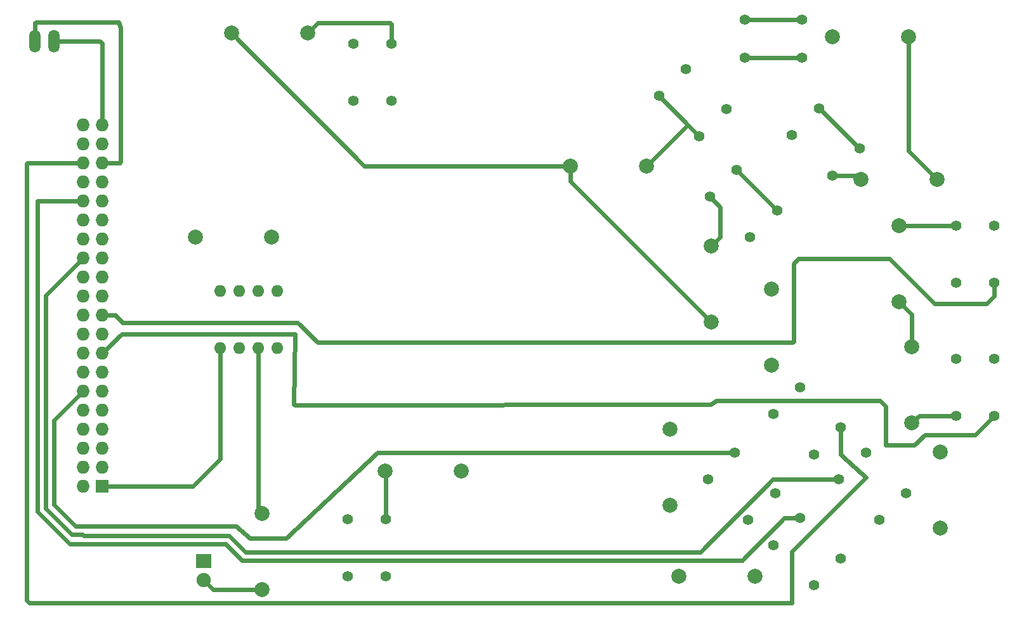
<source format=gtl>
%TF.GenerationSoftware,KiCad,Pcbnew,(2015-12-28 BZR 6407, Git 3dff6c0)-product*%
%TF.CreationDate,2016-02-12T11:54:30-05:00*%
%TF.ProjectId,Pixel-Interface-Board,506978656C2D496E746572666163652D,rev?*%
%TF.FileFunction,Copper,L1,Top,Signal*%
%FSLAX46Y46*%
G04 Gerber Fmt 4.6, Leading zero omitted, Abs format (unit mm)*
G04 Created by KiCad (PCBNEW (2015-12-28 BZR 6407, Git 3dff6c0)-product) date Fri 12 Feb 2016 11:54:30 AM EST*
%MOMM*%
G01*
G04 APERTURE LIST*
%ADD10C,0.100000*%
%ADD11R,2.000000X1.900000*%
%ADD12C,1.900000*%
%ADD13O,1.600000X1.600000*%
%ADD14R,1.727200X1.727200*%
%ADD15O,1.727200X1.727200*%
%ADD16C,1.998980*%
%ADD17C,1.397000*%
%ADD18O,1.506220X3.014980*%
%ADD19C,0.600000*%
G04 APERTURE END LIST*
D10*
D11*
X38750000Y-88000000D03*
D12*
X38750000Y-90540000D03*
D13*
X48530000Y-59540000D03*
X45990000Y-59540000D03*
X43450000Y-59540000D03*
X40910000Y-59540000D03*
X40910000Y-51920000D03*
X43450000Y-51920000D03*
X45990000Y-51920000D03*
X48530000Y-51920000D03*
D14*
X25210000Y-78010000D03*
D15*
X22670000Y-78010000D03*
X25210000Y-75470000D03*
X22670000Y-75470000D03*
X25210000Y-72930000D03*
X22670000Y-72930000D03*
X25210000Y-70390000D03*
X22670000Y-70390000D03*
X25210000Y-67850000D03*
X22670000Y-67850000D03*
X25210000Y-65310000D03*
X22670000Y-65310000D03*
X25210000Y-62770000D03*
X22670000Y-62770000D03*
X25210000Y-60230000D03*
X22670000Y-60230000D03*
X25210000Y-57690000D03*
X22670000Y-57690000D03*
X25210000Y-55150000D03*
X22670000Y-55150000D03*
X25210000Y-52610000D03*
X22670000Y-52610000D03*
X25210000Y-50070000D03*
X22670000Y-50070000D03*
X25210000Y-47530000D03*
X22670000Y-47530000D03*
X25210000Y-44990000D03*
X22670000Y-44990000D03*
X25210000Y-42450000D03*
X22670000Y-42450000D03*
X25210000Y-39910000D03*
X22670000Y-39910000D03*
X25210000Y-37370000D03*
X22670000Y-37370000D03*
X25210000Y-34830000D03*
X22670000Y-34830000D03*
X25210000Y-32290000D03*
X22670000Y-32290000D03*
X25210000Y-29750000D03*
X22670000Y-29750000D03*
D16*
X132830000Y-18000000D03*
X122670000Y-18000000D03*
X133250000Y-59420000D03*
X133250000Y-69580000D03*
X101000000Y-80580000D03*
X101000000Y-70420000D03*
X126420000Y-37000000D03*
X136580000Y-37000000D03*
X131500000Y-43170000D03*
X131500000Y-53330000D03*
X137000000Y-83580000D03*
X137000000Y-73420000D03*
X106500000Y-45920000D03*
X106500000Y-56080000D03*
X62920000Y-76000000D03*
X73080000Y-76000000D03*
X112330000Y-90000000D03*
X102170000Y-90000000D03*
X97830000Y-35250000D03*
X87670000Y-35250000D03*
X52580000Y-17500000D03*
X42420000Y-17500000D03*
X114500000Y-61830000D03*
X114500000Y-51670000D03*
X46500000Y-81670000D03*
X46500000Y-91830000D03*
X47830000Y-44750000D03*
X37670000Y-44750000D03*
D17*
X106009872Y-77101974D03*
X109601974Y-73509872D03*
X111398026Y-82490128D03*
X114990128Y-78898026D03*
X132490128Y-78898026D03*
X128898026Y-82490128D03*
X127101974Y-73509872D03*
X123509872Y-77101974D03*
X114759872Y-85851974D03*
X118351974Y-82259872D03*
X120148026Y-91240128D03*
X123740128Y-87648026D03*
X114759872Y-68351974D03*
X118351974Y-64759872D03*
X120148026Y-73740128D03*
X123740128Y-70148026D03*
X118560000Y-15710000D03*
X118560000Y-20790000D03*
X110940000Y-15710000D03*
X110940000Y-20790000D03*
X139190000Y-60980000D03*
X144270000Y-60980000D03*
X139190000Y-68600000D03*
X144270000Y-68600000D03*
X117259872Y-31101974D03*
X120851974Y-27509872D03*
X122648026Y-36490128D03*
X126240128Y-32898026D03*
X139190000Y-43200000D03*
X144270000Y-43200000D03*
X139190000Y-50820000D03*
X144270000Y-50820000D03*
X106259872Y-39351974D03*
X109851974Y-35759872D03*
X111648026Y-44740128D03*
X115240128Y-41148026D03*
X63040000Y-82440000D03*
X57960000Y-82440000D03*
X63040000Y-90060000D03*
X57960000Y-90060000D03*
X99509872Y-25851974D03*
X103101974Y-22259872D03*
X104898026Y-31240128D03*
X108490128Y-27648026D03*
X63790000Y-18940000D03*
X58710000Y-18940000D03*
X63790000Y-26560000D03*
X58710000Y-26560000D03*
D18*
X16256000Y-18542000D03*
X18796000Y-18542000D03*
D19*
X16256000Y-18542000D02*
X16256000Y-16129000D01*
X27527000Y-34830000D02*
X25210000Y-34830000D01*
X27686000Y-34671000D02*
X27527000Y-34830000D01*
X27686000Y-16764000D02*
X27686000Y-34671000D01*
X27431907Y-16033983D02*
X27686000Y-16764000D01*
X16383000Y-16002000D02*
X27431907Y-16033983D01*
X16256000Y-16129000D02*
X16383000Y-16002000D01*
X40910000Y-59540000D02*
X40910000Y-74406000D01*
X37306000Y-78010000D02*
X25210000Y-78010000D01*
X40910000Y-74406000D02*
X37306000Y-78010000D01*
X40910000Y-59540000D02*
X40910000Y-60055000D01*
X40910000Y-59540000D02*
X40910000Y-60090000D01*
X40040000Y-91830000D02*
X38750000Y-90540000D01*
X46500000Y-91830000D02*
X40040000Y-91830000D01*
X45990000Y-81160000D02*
X45990000Y-59540000D01*
X46500000Y-81670000D02*
X45990000Y-81160000D01*
X18796000Y-18542000D02*
X24892000Y-18542000D01*
X25210000Y-18860000D02*
X25210000Y-29750000D01*
X24892000Y-18542000D02*
X25210000Y-18860000D01*
X115240100Y-41148000D02*
X109852000Y-35759900D01*
X126240100Y-32898000D02*
X120852000Y-27509900D01*
X144270000Y-50820000D02*
X144270000Y-52580000D01*
X26956000Y-55150000D02*
X25210000Y-55150000D01*
X27940000Y-56134000D02*
X26956000Y-55150000D01*
X51308000Y-56134000D02*
X27940000Y-56134000D01*
X53975000Y-58801000D02*
X51308000Y-56134000D01*
X117348000Y-58801000D02*
X53975000Y-58801000D01*
X117475000Y-58674000D02*
X117348000Y-58801000D01*
X117475000Y-48260000D02*
X117475000Y-58674000D01*
X118110000Y-47625000D02*
X117475000Y-48260000D01*
X130302000Y-47625000D02*
X118110000Y-47625000D01*
X136271000Y-53594000D02*
X130302000Y-47625000D01*
X143256000Y-53594000D02*
X136271000Y-53594000D01*
X144270000Y-52580000D02*
X143256000Y-53594000D01*
X144270000Y-50820000D02*
X144270000Y-51014800D01*
X110940000Y-20790000D02*
X118560000Y-20790000D01*
X107188000Y-66548000D02*
X108585000Y-66548000D01*
X109220000Y-66548000D02*
X108585000Y-66548000D01*
X109728000Y-66548000D02*
X109220000Y-66548000D01*
X129794000Y-67310000D02*
X129794000Y-72517000D01*
X129032000Y-66548000D02*
X129794000Y-67310000D01*
X109728000Y-66548000D02*
X129032000Y-66548000D01*
X144252000Y-68600000D02*
X141732000Y-71120000D01*
X133604000Y-72517000D02*
X129794000Y-72517000D01*
X135001000Y-71120000D02*
X133604000Y-72517000D01*
X141732000Y-71120000D02*
X135001000Y-71120000D01*
X27782000Y-57658000D02*
X25210000Y-60230000D01*
X50546000Y-57658000D02*
X27782000Y-57658000D01*
X50927000Y-57658000D02*
X50546000Y-57658000D01*
X50800000Y-67056000D02*
X50927000Y-57658000D01*
X50927000Y-67183000D02*
X50800000Y-67056000D01*
X106299000Y-67061102D02*
X50927000Y-67183000D01*
X107188000Y-66548000D02*
X106426000Y-67060822D01*
X144270000Y-68600000D02*
X144252000Y-68600000D01*
X61970900Y-73509900D02*
X109602000Y-73509900D01*
X49784000Y-84963000D02*
X61970900Y-73509900D01*
X44958000Y-84963000D02*
X49784000Y-84963000D01*
X43053000Y-83312000D02*
X44958000Y-84963000D01*
X21601700Y-83312700D02*
X43053000Y-83312000D01*
X18770600Y-80481600D02*
X21601700Y-83312700D01*
X18770600Y-69209400D02*
X18770600Y-80481600D01*
X22670000Y-65310000D02*
X18770600Y-69209400D01*
X87670000Y-37250000D02*
X87670000Y-35250000D01*
X106500000Y-56080000D02*
X87670000Y-37250000D01*
X60170000Y-35250000D02*
X42420000Y-17500000D01*
X87670000Y-35250000D02*
X60170000Y-35250000D01*
X133250000Y-55080000D02*
X133250000Y-59420000D01*
X131500000Y-53330000D02*
X133250000Y-55080000D01*
X132830000Y-33250000D02*
X132830000Y-18000000D01*
X136580000Y-37000000D02*
X132830000Y-33250000D01*
X114666700Y-77102000D02*
X123509900Y-77102000D01*
X104996300Y-86772400D02*
X114666700Y-77102000D01*
X44295900Y-86772400D02*
X104996300Y-86772400D01*
X42116700Y-84593200D02*
X44295900Y-86772400D01*
X22763900Y-84593200D02*
X42116700Y-84593200D01*
X22583500Y-84412800D02*
X22763900Y-84593200D01*
X21146000Y-84412800D02*
X22583500Y-84412800D01*
X17670500Y-80937300D02*
X21146000Y-84412800D01*
X17670500Y-52529500D02*
X17670500Y-80937300D01*
X22670000Y-47530000D02*
X17670500Y-52529500D01*
X16570400Y-51054000D02*
X16570400Y-39944600D01*
X16605000Y-39910000D02*
X22670000Y-39910000D01*
X16570400Y-39944600D02*
X16605000Y-39910000D01*
X116218500Y-82259900D02*
X118352000Y-82259900D01*
X110605900Y-87872500D02*
X116218500Y-82259900D01*
X43840200Y-87872500D02*
X110605900Y-87872500D01*
X41671900Y-85704200D02*
X43840200Y-87872500D01*
X20881600Y-85704200D02*
X41671900Y-85704200D01*
X16570400Y-81393000D02*
X20881600Y-85704200D01*
X16570400Y-51054000D02*
X16570400Y-81393000D01*
X127127000Y-76835000D02*
X126492000Y-76200000D01*
X123727768Y-73786238D02*
X123740128Y-70148026D01*
X126492000Y-76200000D02*
X123727768Y-73786238D01*
X22670000Y-34830000D02*
X15208000Y-34830000D01*
X117221000Y-86741000D02*
X127127000Y-76835000D01*
X117221000Y-93599000D02*
X117221000Y-86741000D01*
X15494000Y-93599000D02*
X117221000Y-93599000D01*
X15113000Y-93218000D02*
X15494000Y-93599000D01*
X15113000Y-34925000D02*
X15113000Y-93218000D01*
X15208000Y-34830000D02*
X15113000Y-34925000D01*
X110940000Y-15710000D02*
X118560000Y-15710000D01*
X134230000Y-68600000D02*
X133250000Y-69580000D01*
X139190000Y-68600000D02*
X134230000Y-68600000D01*
X125910100Y-36490100D02*
X126420000Y-37000000D01*
X122648000Y-36490100D02*
X125910100Y-36490100D01*
X131530000Y-43200000D02*
X131500000Y-43170000D01*
X139190000Y-43200000D02*
X131530000Y-43200000D01*
X107679900Y-40772000D02*
X106259900Y-39352000D01*
X107679900Y-44740100D02*
X107679900Y-40772000D01*
X107679900Y-44740100D02*
X106500000Y-45920000D01*
X63040000Y-76120000D02*
X62920000Y-76000000D01*
X63040000Y-82440000D02*
X63040000Y-76120000D01*
X103369000Y-29711000D02*
X97830000Y-35250000D01*
X104898000Y-31240100D02*
X103369000Y-29711000D01*
X103369000Y-29711000D02*
X99509900Y-25852000D01*
X63790000Y-18940000D02*
X63790000Y-16292000D01*
X53951000Y-16129000D02*
X52580000Y-17500000D01*
X63627000Y-16129000D02*
X53951000Y-16129000D01*
X63790000Y-16292000D02*
X63627000Y-16129000D01*
X52733000Y-17653000D02*
X52580000Y-17500000D01*
M02*

</source>
